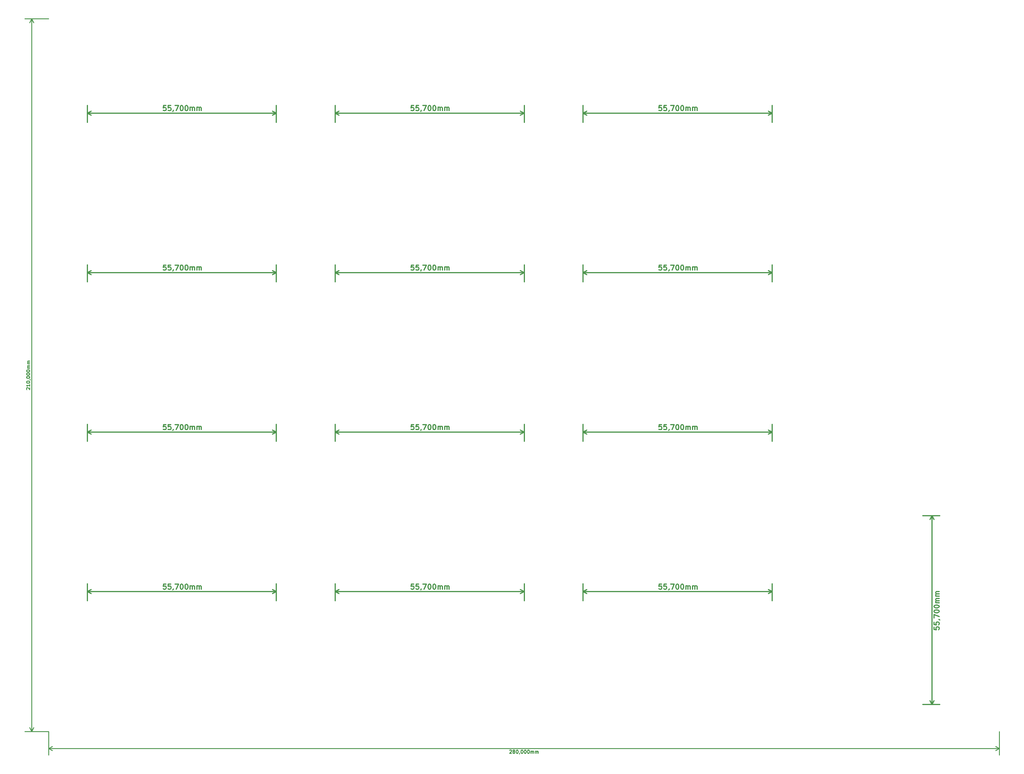
<source format=gbr>
%FSLAX34Y34*%
G04 Gerber Fmt 3.4, Leading zero omitted, Abs format*
G04 (created by PCBNEW (2013-12-18 BZR 4557)-product) date mar 24 dic 2013 13:02:53 CLST*
%MOIN*%
G01*
G70*
G90*
G04 APERTURE LIST*
%ADD10C,0.005906*%
%ADD11C,0.011811*%
%ADD12C,0.009843*%
G04 APERTURE END LIST*
G54D10*
G54D11*
X75804Y-23849D02*
X75523Y-23849D01*
X75494Y-24131D01*
X75523Y-24102D01*
X75579Y-24074D01*
X75719Y-24074D01*
X75776Y-24102D01*
X75804Y-24131D01*
X75832Y-24187D01*
X75832Y-24327D01*
X75804Y-24384D01*
X75776Y-24412D01*
X75719Y-24440D01*
X75579Y-24440D01*
X75523Y-24412D01*
X75494Y-24384D01*
X76366Y-23849D02*
X76085Y-23849D01*
X76057Y-24131D01*
X76085Y-24102D01*
X76141Y-24074D01*
X76282Y-24074D01*
X76338Y-24102D01*
X76366Y-24131D01*
X76394Y-24187D01*
X76394Y-24327D01*
X76366Y-24384D01*
X76338Y-24412D01*
X76282Y-24440D01*
X76141Y-24440D01*
X76085Y-24412D01*
X76057Y-24384D01*
X76676Y-24412D02*
X76676Y-24440D01*
X76647Y-24496D01*
X76619Y-24524D01*
X76872Y-23849D02*
X77266Y-23849D01*
X77013Y-24440D01*
X77604Y-23849D02*
X77660Y-23849D01*
X77716Y-23877D01*
X77744Y-23906D01*
X77772Y-23962D01*
X77800Y-24074D01*
X77800Y-24215D01*
X77772Y-24327D01*
X77744Y-24384D01*
X77716Y-24412D01*
X77660Y-24440D01*
X77604Y-24440D01*
X77547Y-24412D01*
X77519Y-24384D01*
X77491Y-24327D01*
X77463Y-24215D01*
X77463Y-24074D01*
X77491Y-23962D01*
X77519Y-23906D01*
X77547Y-23877D01*
X77604Y-23849D01*
X78166Y-23849D02*
X78222Y-23849D01*
X78278Y-23877D01*
X78307Y-23906D01*
X78335Y-23962D01*
X78363Y-24074D01*
X78363Y-24215D01*
X78335Y-24327D01*
X78307Y-24384D01*
X78278Y-24412D01*
X78222Y-24440D01*
X78166Y-24440D01*
X78110Y-24412D01*
X78082Y-24384D01*
X78053Y-24327D01*
X78025Y-24215D01*
X78025Y-24074D01*
X78053Y-23962D01*
X78082Y-23906D01*
X78110Y-23877D01*
X78166Y-23849D01*
X78616Y-24440D02*
X78616Y-24046D01*
X78616Y-24102D02*
X78644Y-24074D01*
X78700Y-24046D01*
X78785Y-24046D01*
X78841Y-24074D01*
X78869Y-24131D01*
X78869Y-24440D01*
X78869Y-24131D02*
X78897Y-24074D01*
X78953Y-24046D01*
X79038Y-24046D01*
X79094Y-24074D01*
X79122Y-24131D01*
X79122Y-24440D01*
X79403Y-24440D02*
X79403Y-24046D01*
X79403Y-24102D02*
X79431Y-24074D01*
X79488Y-24046D01*
X79572Y-24046D01*
X79628Y-24074D01*
X79656Y-24131D01*
X79656Y-24440D01*
X79656Y-24131D02*
X79685Y-24074D01*
X79741Y-24046D01*
X79825Y-24046D01*
X79881Y-24074D01*
X79910Y-24131D01*
X79910Y-24440D01*
X88622Y-24724D02*
X66692Y-24724D01*
X88622Y-23818D02*
X88622Y-25787D01*
X66692Y-23818D02*
X66692Y-25787D01*
X66692Y-24724D02*
X67136Y-24493D01*
X66692Y-24724D02*
X67136Y-24955D01*
X88622Y-24724D02*
X88178Y-24493D01*
X88622Y-24724D02*
X88178Y-24955D01*
X75804Y-42353D02*
X75523Y-42353D01*
X75494Y-42634D01*
X75523Y-42606D01*
X75579Y-42578D01*
X75719Y-42578D01*
X75776Y-42606D01*
X75804Y-42634D01*
X75832Y-42691D01*
X75832Y-42831D01*
X75804Y-42888D01*
X75776Y-42916D01*
X75719Y-42944D01*
X75579Y-42944D01*
X75523Y-42916D01*
X75494Y-42888D01*
X76366Y-42353D02*
X76085Y-42353D01*
X76057Y-42634D01*
X76085Y-42606D01*
X76141Y-42578D01*
X76282Y-42578D01*
X76338Y-42606D01*
X76366Y-42634D01*
X76394Y-42691D01*
X76394Y-42831D01*
X76366Y-42888D01*
X76338Y-42916D01*
X76282Y-42944D01*
X76141Y-42944D01*
X76085Y-42916D01*
X76057Y-42888D01*
X76676Y-42916D02*
X76676Y-42944D01*
X76647Y-43000D01*
X76619Y-43028D01*
X76872Y-42353D02*
X77266Y-42353D01*
X77013Y-42944D01*
X77604Y-42353D02*
X77660Y-42353D01*
X77716Y-42381D01*
X77744Y-42410D01*
X77772Y-42466D01*
X77800Y-42578D01*
X77800Y-42719D01*
X77772Y-42831D01*
X77744Y-42888D01*
X77716Y-42916D01*
X77660Y-42944D01*
X77604Y-42944D01*
X77547Y-42916D01*
X77519Y-42888D01*
X77491Y-42831D01*
X77463Y-42719D01*
X77463Y-42578D01*
X77491Y-42466D01*
X77519Y-42410D01*
X77547Y-42381D01*
X77604Y-42353D01*
X78166Y-42353D02*
X78222Y-42353D01*
X78278Y-42381D01*
X78307Y-42410D01*
X78335Y-42466D01*
X78363Y-42578D01*
X78363Y-42719D01*
X78335Y-42831D01*
X78307Y-42888D01*
X78278Y-42916D01*
X78222Y-42944D01*
X78166Y-42944D01*
X78110Y-42916D01*
X78082Y-42888D01*
X78053Y-42831D01*
X78025Y-42719D01*
X78025Y-42578D01*
X78053Y-42466D01*
X78082Y-42410D01*
X78110Y-42381D01*
X78166Y-42353D01*
X78616Y-42944D02*
X78616Y-42550D01*
X78616Y-42606D02*
X78644Y-42578D01*
X78700Y-42550D01*
X78785Y-42550D01*
X78841Y-42578D01*
X78869Y-42634D01*
X78869Y-42944D01*
X78869Y-42634D02*
X78897Y-42578D01*
X78953Y-42550D01*
X79038Y-42550D01*
X79094Y-42578D01*
X79122Y-42634D01*
X79122Y-42944D01*
X79403Y-42944D02*
X79403Y-42550D01*
X79403Y-42606D02*
X79431Y-42578D01*
X79488Y-42550D01*
X79572Y-42550D01*
X79628Y-42578D01*
X79656Y-42634D01*
X79656Y-42944D01*
X79656Y-42634D02*
X79685Y-42578D01*
X79741Y-42550D01*
X79825Y-42550D01*
X79881Y-42578D01*
X79910Y-42634D01*
X79910Y-42944D01*
X88622Y-43228D02*
X66692Y-43228D01*
X88622Y-42322D02*
X88622Y-44291D01*
X66692Y-42322D02*
X66692Y-44291D01*
X66692Y-43228D02*
X67136Y-42997D01*
X66692Y-43228D02*
X67136Y-43459D01*
X88622Y-43228D02*
X88178Y-42997D01*
X88622Y-43228D02*
X88178Y-43459D01*
X75804Y-5345D02*
X75523Y-5345D01*
X75494Y-5627D01*
X75523Y-5598D01*
X75579Y-5570D01*
X75719Y-5570D01*
X75776Y-5598D01*
X75804Y-5627D01*
X75832Y-5683D01*
X75832Y-5823D01*
X75804Y-5880D01*
X75776Y-5908D01*
X75719Y-5936D01*
X75579Y-5936D01*
X75523Y-5908D01*
X75494Y-5880D01*
X76366Y-5345D02*
X76085Y-5345D01*
X76057Y-5627D01*
X76085Y-5598D01*
X76141Y-5570D01*
X76282Y-5570D01*
X76338Y-5598D01*
X76366Y-5627D01*
X76394Y-5683D01*
X76394Y-5823D01*
X76366Y-5880D01*
X76338Y-5908D01*
X76282Y-5936D01*
X76141Y-5936D01*
X76085Y-5908D01*
X76057Y-5880D01*
X76676Y-5908D02*
X76676Y-5936D01*
X76647Y-5992D01*
X76619Y-6020D01*
X76872Y-5345D02*
X77266Y-5345D01*
X77013Y-5936D01*
X77604Y-5345D02*
X77660Y-5345D01*
X77716Y-5374D01*
X77744Y-5402D01*
X77772Y-5458D01*
X77800Y-5570D01*
X77800Y-5711D01*
X77772Y-5823D01*
X77744Y-5880D01*
X77716Y-5908D01*
X77660Y-5936D01*
X77604Y-5936D01*
X77547Y-5908D01*
X77519Y-5880D01*
X77491Y-5823D01*
X77463Y-5711D01*
X77463Y-5570D01*
X77491Y-5458D01*
X77519Y-5402D01*
X77547Y-5374D01*
X77604Y-5345D01*
X78166Y-5345D02*
X78222Y-5345D01*
X78278Y-5374D01*
X78307Y-5402D01*
X78335Y-5458D01*
X78363Y-5570D01*
X78363Y-5711D01*
X78335Y-5823D01*
X78307Y-5880D01*
X78278Y-5908D01*
X78222Y-5936D01*
X78166Y-5936D01*
X78110Y-5908D01*
X78082Y-5880D01*
X78053Y-5823D01*
X78025Y-5711D01*
X78025Y-5570D01*
X78053Y-5458D01*
X78082Y-5402D01*
X78110Y-5374D01*
X78166Y-5345D01*
X78616Y-5936D02*
X78616Y-5542D01*
X78616Y-5598D02*
X78644Y-5570D01*
X78700Y-5542D01*
X78785Y-5542D01*
X78841Y-5570D01*
X78869Y-5627D01*
X78869Y-5936D01*
X78869Y-5627D02*
X78897Y-5570D01*
X78953Y-5542D01*
X79038Y-5542D01*
X79094Y-5570D01*
X79122Y-5627D01*
X79122Y-5936D01*
X79403Y-5936D02*
X79403Y-5542D01*
X79403Y-5598D02*
X79431Y-5570D01*
X79488Y-5542D01*
X79572Y-5542D01*
X79628Y-5570D01*
X79656Y-5627D01*
X79656Y-5936D01*
X79656Y-5627D02*
X79685Y-5570D01*
X79741Y-5542D01*
X79825Y-5542D01*
X79881Y-5570D01*
X79910Y-5627D01*
X79910Y-5936D01*
X88622Y-6220D02*
X66692Y-6220D01*
X88622Y-5314D02*
X88622Y-7283D01*
X66692Y-5314D02*
X66692Y-7283D01*
X66692Y-6220D02*
X67136Y-5989D01*
X66692Y-6220D02*
X67136Y-6451D01*
X88622Y-6220D02*
X88178Y-5989D01*
X88622Y-6220D02*
X88178Y-6451D01*
X107393Y-65849D02*
X107393Y-66130D01*
X107674Y-66158D01*
X107646Y-66130D01*
X107618Y-66074D01*
X107618Y-65933D01*
X107646Y-65877D01*
X107674Y-65849D01*
X107730Y-65821D01*
X107871Y-65821D01*
X107927Y-65849D01*
X107955Y-65877D01*
X107983Y-65933D01*
X107983Y-66074D01*
X107955Y-66130D01*
X107927Y-66158D01*
X107393Y-65286D02*
X107393Y-65568D01*
X107674Y-65596D01*
X107646Y-65568D01*
X107618Y-65511D01*
X107618Y-65371D01*
X107646Y-65314D01*
X107674Y-65286D01*
X107730Y-65258D01*
X107871Y-65258D01*
X107927Y-65286D01*
X107955Y-65314D01*
X107983Y-65371D01*
X107983Y-65511D01*
X107955Y-65568D01*
X107927Y-65596D01*
X107955Y-64977D02*
X107983Y-64977D01*
X108039Y-65005D01*
X108068Y-65033D01*
X107393Y-64780D02*
X107393Y-64386D01*
X107983Y-64640D01*
X107393Y-64049D02*
X107393Y-63993D01*
X107421Y-63937D01*
X107449Y-63908D01*
X107505Y-63880D01*
X107618Y-63852D01*
X107758Y-63852D01*
X107871Y-63880D01*
X107927Y-63908D01*
X107955Y-63937D01*
X107983Y-63993D01*
X107983Y-64049D01*
X107955Y-64105D01*
X107927Y-64133D01*
X107871Y-64161D01*
X107758Y-64190D01*
X107618Y-64190D01*
X107505Y-64161D01*
X107449Y-64133D01*
X107421Y-64105D01*
X107393Y-64049D01*
X107393Y-63487D02*
X107393Y-63430D01*
X107421Y-63374D01*
X107449Y-63346D01*
X107505Y-63318D01*
X107618Y-63290D01*
X107758Y-63290D01*
X107871Y-63318D01*
X107927Y-63346D01*
X107955Y-63374D01*
X107983Y-63430D01*
X107983Y-63487D01*
X107955Y-63543D01*
X107927Y-63571D01*
X107871Y-63599D01*
X107758Y-63627D01*
X107618Y-63627D01*
X107505Y-63599D01*
X107449Y-63571D01*
X107421Y-63543D01*
X107393Y-63487D01*
X107983Y-63037D02*
X107589Y-63037D01*
X107646Y-63037D02*
X107618Y-63008D01*
X107589Y-62952D01*
X107589Y-62868D01*
X107618Y-62812D01*
X107674Y-62784D01*
X107983Y-62784D01*
X107674Y-62784D02*
X107618Y-62755D01*
X107589Y-62699D01*
X107589Y-62615D01*
X107618Y-62559D01*
X107674Y-62530D01*
X107983Y-62530D01*
X107983Y-62249D02*
X107589Y-62249D01*
X107646Y-62249D02*
X107618Y-62221D01*
X107589Y-62165D01*
X107589Y-62080D01*
X107618Y-62024D01*
X107674Y-61996D01*
X107983Y-61996D01*
X107674Y-61996D02*
X107618Y-61968D01*
X107589Y-61912D01*
X107589Y-61827D01*
X107618Y-61771D01*
X107674Y-61743D01*
X107983Y-61743D01*
X107165Y-74842D02*
X107165Y-52913D01*
X108070Y-74842D02*
X106102Y-74842D01*
X108070Y-52913D02*
X106102Y-52913D01*
X107165Y-52913D02*
X107396Y-53356D01*
X107165Y-52913D02*
X106934Y-53356D01*
X107165Y-74842D02*
X107396Y-74399D01*
X107165Y-74842D02*
X106934Y-74399D01*
X75804Y-60857D02*
X75523Y-60857D01*
X75494Y-61138D01*
X75523Y-61110D01*
X75579Y-61082D01*
X75719Y-61082D01*
X75776Y-61110D01*
X75804Y-61138D01*
X75832Y-61195D01*
X75832Y-61335D01*
X75804Y-61392D01*
X75776Y-61420D01*
X75719Y-61448D01*
X75579Y-61448D01*
X75523Y-61420D01*
X75494Y-61392D01*
X76366Y-60857D02*
X76085Y-60857D01*
X76057Y-61138D01*
X76085Y-61110D01*
X76141Y-61082D01*
X76282Y-61082D01*
X76338Y-61110D01*
X76366Y-61138D01*
X76394Y-61195D01*
X76394Y-61335D01*
X76366Y-61392D01*
X76338Y-61420D01*
X76282Y-61448D01*
X76141Y-61448D01*
X76085Y-61420D01*
X76057Y-61392D01*
X76676Y-61420D02*
X76676Y-61448D01*
X76647Y-61504D01*
X76619Y-61532D01*
X76872Y-60857D02*
X77266Y-60857D01*
X77013Y-61448D01*
X77604Y-60857D02*
X77660Y-60857D01*
X77716Y-60885D01*
X77744Y-60913D01*
X77772Y-60970D01*
X77800Y-61082D01*
X77800Y-61223D01*
X77772Y-61335D01*
X77744Y-61392D01*
X77716Y-61420D01*
X77660Y-61448D01*
X77604Y-61448D01*
X77547Y-61420D01*
X77519Y-61392D01*
X77491Y-61335D01*
X77463Y-61223D01*
X77463Y-61082D01*
X77491Y-60970D01*
X77519Y-60913D01*
X77547Y-60885D01*
X77604Y-60857D01*
X78166Y-60857D02*
X78222Y-60857D01*
X78278Y-60885D01*
X78307Y-60913D01*
X78335Y-60970D01*
X78363Y-61082D01*
X78363Y-61223D01*
X78335Y-61335D01*
X78307Y-61392D01*
X78278Y-61420D01*
X78222Y-61448D01*
X78166Y-61448D01*
X78110Y-61420D01*
X78082Y-61392D01*
X78053Y-61335D01*
X78025Y-61223D01*
X78025Y-61082D01*
X78053Y-60970D01*
X78082Y-60913D01*
X78110Y-60885D01*
X78166Y-60857D01*
X78616Y-61448D02*
X78616Y-61054D01*
X78616Y-61110D02*
X78644Y-61082D01*
X78700Y-61054D01*
X78785Y-61054D01*
X78841Y-61082D01*
X78869Y-61138D01*
X78869Y-61448D01*
X78869Y-61138D02*
X78897Y-61082D01*
X78953Y-61054D01*
X79038Y-61054D01*
X79094Y-61082D01*
X79122Y-61138D01*
X79122Y-61448D01*
X79403Y-61448D02*
X79403Y-61054D01*
X79403Y-61110D02*
X79431Y-61082D01*
X79488Y-61054D01*
X79572Y-61054D01*
X79628Y-61082D01*
X79656Y-61138D01*
X79656Y-61448D01*
X79656Y-61138D02*
X79685Y-61082D01*
X79741Y-61054D01*
X79825Y-61054D01*
X79881Y-61082D01*
X79910Y-61138D01*
X79910Y-61448D01*
X88622Y-61732D02*
X66692Y-61732D01*
X88622Y-60826D02*
X88622Y-62795D01*
X66692Y-60826D02*
X66692Y-62795D01*
X66692Y-61732D02*
X67136Y-61501D01*
X66692Y-61732D02*
X67136Y-61963D01*
X88622Y-61732D02*
X88178Y-61501D01*
X88622Y-61732D02*
X88178Y-61963D01*
X18323Y-60857D02*
X18042Y-60857D01*
X18014Y-61138D01*
X18042Y-61110D01*
X18098Y-61082D01*
X18239Y-61082D01*
X18295Y-61110D01*
X18323Y-61138D01*
X18352Y-61195D01*
X18352Y-61335D01*
X18323Y-61392D01*
X18295Y-61420D01*
X18239Y-61448D01*
X18098Y-61448D01*
X18042Y-61420D01*
X18014Y-61392D01*
X18886Y-60857D02*
X18605Y-60857D01*
X18577Y-61138D01*
X18605Y-61110D01*
X18661Y-61082D01*
X18802Y-61082D01*
X18858Y-61110D01*
X18886Y-61138D01*
X18914Y-61195D01*
X18914Y-61335D01*
X18886Y-61392D01*
X18858Y-61420D01*
X18802Y-61448D01*
X18661Y-61448D01*
X18605Y-61420D01*
X18577Y-61392D01*
X19195Y-61420D02*
X19195Y-61448D01*
X19167Y-61504D01*
X19139Y-61532D01*
X19392Y-60857D02*
X19786Y-60857D01*
X19533Y-61448D01*
X20123Y-60857D02*
X20179Y-60857D01*
X20236Y-60885D01*
X20264Y-60913D01*
X20292Y-60970D01*
X20320Y-61082D01*
X20320Y-61223D01*
X20292Y-61335D01*
X20264Y-61392D01*
X20236Y-61420D01*
X20179Y-61448D01*
X20123Y-61448D01*
X20067Y-61420D01*
X20039Y-61392D01*
X20011Y-61335D01*
X19983Y-61223D01*
X19983Y-61082D01*
X20011Y-60970D01*
X20039Y-60913D01*
X20067Y-60885D01*
X20123Y-60857D01*
X20686Y-60857D02*
X20742Y-60857D01*
X20798Y-60885D01*
X20826Y-60913D01*
X20854Y-60970D01*
X20883Y-61082D01*
X20883Y-61223D01*
X20854Y-61335D01*
X20826Y-61392D01*
X20798Y-61420D01*
X20742Y-61448D01*
X20686Y-61448D01*
X20629Y-61420D01*
X20601Y-61392D01*
X20573Y-61335D01*
X20545Y-61223D01*
X20545Y-61082D01*
X20573Y-60970D01*
X20601Y-60913D01*
X20629Y-60885D01*
X20686Y-60857D01*
X21136Y-61448D02*
X21136Y-61054D01*
X21136Y-61110D02*
X21164Y-61082D01*
X21220Y-61054D01*
X21304Y-61054D01*
X21361Y-61082D01*
X21389Y-61138D01*
X21389Y-61448D01*
X21389Y-61138D02*
X21417Y-61082D01*
X21473Y-61054D01*
X21557Y-61054D01*
X21614Y-61082D01*
X21642Y-61138D01*
X21642Y-61448D01*
X21923Y-61448D02*
X21923Y-61054D01*
X21923Y-61110D02*
X21951Y-61082D01*
X22007Y-61054D01*
X22092Y-61054D01*
X22148Y-61082D01*
X22176Y-61138D01*
X22176Y-61448D01*
X22176Y-61138D02*
X22204Y-61082D01*
X22260Y-61054D01*
X22345Y-61054D01*
X22401Y-61082D01*
X22429Y-61138D01*
X22429Y-61448D01*
X31141Y-61732D02*
X9212Y-61732D01*
X31141Y-60826D02*
X31141Y-62795D01*
X9212Y-60826D02*
X9212Y-62795D01*
X9212Y-61732D02*
X9656Y-61501D01*
X9212Y-61732D02*
X9656Y-61963D01*
X31141Y-61732D02*
X30698Y-61501D01*
X31141Y-61732D02*
X30698Y-61963D01*
X47064Y-60857D02*
X46782Y-60857D01*
X46754Y-61138D01*
X46782Y-61110D01*
X46839Y-61082D01*
X46979Y-61082D01*
X47035Y-61110D01*
X47064Y-61138D01*
X47092Y-61195D01*
X47092Y-61335D01*
X47064Y-61392D01*
X47035Y-61420D01*
X46979Y-61448D01*
X46839Y-61448D01*
X46782Y-61420D01*
X46754Y-61392D01*
X47626Y-60857D02*
X47345Y-60857D01*
X47317Y-61138D01*
X47345Y-61110D01*
X47401Y-61082D01*
X47542Y-61082D01*
X47598Y-61110D01*
X47626Y-61138D01*
X47654Y-61195D01*
X47654Y-61335D01*
X47626Y-61392D01*
X47598Y-61420D01*
X47542Y-61448D01*
X47401Y-61448D01*
X47345Y-61420D01*
X47317Y-61392D01*
X47935Y-61420D02*
X47935Y-61448D01*
X47907Y-61504D01*
X47879Y-61532D01*
X48132Y-60857D02*
X48526Y-60857D01*
X48273Y-61448D01*
X48863Y-60857D02*
X48920Y-60857D01*
X48976Y-60885D01*
X49004Y-60913D01*
X49032Y-60970D01*
X49060Y-61082D01*
X49060Y-61223D01*
X49032Y-61335D01*
X49004Y-61392D01*
X48976Y-61420D01*
X48920Y-61448D01*
X48863Y-61448D01*
X48807Y-61420D01*
X48779Y-61392D01*
X48751Y-61335D01*
X48723Y-61223D01*
X48723Y-61082D01*
X48751Y-60970D01*
X48779Y-60913D01*
X48807Y-60885D01*
X48863Y-60857D01*
X49426Y-60857D02*
X49482Y-60857D01*
X49538Y-60885D01*
X49566Y-60913D01*
X49595Y-60970D01*
X49623Y-61082D01*
X49623Y-61223D01*
X49595Y-61335D01*
X49566Y-61392D01*
X49538Y-61420D01*
X49482Y-61448D01*
X49426Y-61448D01*
X49370Y-61420D01*
X49341Y-61392D01*
X49313Y-61335D01*
X49285Y-61223D01*
X49285Y-61082D01*
X49313Y-60970D01*
X49341Y-60913D01*
X49370Y-60885D01*
X49426Y-60857D01*
X49876Y-61448D02*
X49876Y-61054D01*
X49876Y-61110D02*
X49904Y-61082D01*
X49960Y-61054D01*
X50044Y-61054D01*
X50101Y-61082D01*
X50129Y-61138D01*
X50129Y-61448D01*
X50129Y-61138D02*
X50157Y-61082D01*
X50213Y-61054D01*
X50298Y-61054D01*
X50354Y-61082D01*
X50382Y-61138D01*
X50382Y-61448D01*
X50663Y-61448D02*
X50663Y-61054D01*
X50663Y-61110D02*
X50691Y-61082D01*
X50748Y-61054D01*
X50832Y-61054D01*
X50888Y-61082D01*
X50916Y-61138D01*
X50916Y-61448D01*
X50916Y-61138D02*
X50944Y-61082D01*
X51001Y-61054D01*
X51085Y-61054D01*
X51141Y-61082D01*
X51169Y-61138D01*
X51169Y-61448D01*
X59881Y-61732D02*
X37952Y-61732D01*
X59881Y-60826D02*
X59881Y-62795D01*
X37952Y-60826D02*
X37952Y-62795D01*
X37952Y-61732D02*
X38396Y-61501D01*
X37952Y-61732D02*
X38396Y-61963D01*
X59881Y-61732D02*
X59438Y-61501D01*
X59881Y-61732D02*
X59438Y-61963D01*
X47064Y-23849D02*
X46782Y-23849D01*
X46754Y-24131D01*
X46782Y-24102D01*
X46839Y-24074D01*
X46979Y-24074D01*
X47035Y-24102D01*
X47064Y-24131D01*
X47092Y-24187D01*
X47092Y-24327D01*
X47064Y-24384D01*
X47035Y-24412D01*
X46979Y-24440D01*
X46839Y-24440D01*
X46782Y-24412D01*
X46754Y-24384D01*
X47626Y-23849D02*
X47345Y-23849D01*
X47317Y-24131D01*
X47345Y-24102D01*
X47401Y-24074D01*
X47542Y-24074D01*
X47598Y-24102D01*
X47626Y-24131D01*
X47654Y-24187D01*
X47654Y-24327D01*
X47626Y-24384D01*
X47598Y-24412D01*
X47542Y-24440D01*
X47401Y-24440D01*
X47345Y-24412D01*
X47317Y-24384D01*
X47935Y-24412D02*
X47935Y-24440D01*
X47907Y-24496D01*
X47879Y-24524D01*
X48132Y-23849D02*
X48526Y-23849D01*
X48273Y-24440D01*
X48863Y-23849D02*
X48920Y-23849D01*
X48976Y-23877D01*
X49004Y-23906D01*
X49032Y-23962D01*
X49060Y-24074D01*
X49060Y-24215D01*
X49032Y-24327D01*
X49004Y-24384D01*
X48976Y-24412D01*
X48920Y-24440D01*
X48863Y-24440D01*
X48807Y-24412D01*
X48779Y-24384D01*
X48751Y-24327D01*
X48723Y-24215D01*
X48723Y-24074D01*
X48751Y-23962D01*
X48779Y-23906D01*
X48807Y-23877D01*
X48863Y-23849D01*
X49426Y-23849D02*
X49482Y-23849D01*
X49538Y-23877D01*
X49566Y-23906D01*
X49595Y-23962D01*
X49623Y-24074D01*
X49623Y-24215D01*
X49595Y-24327D01*
X49566Y-24384D01*
X49538Y-24412D01*
X49482Y-24440D01*
X49426Y-24440D01*
X49370Y-24412D01*
X49341Y-24384D01*
X49313Y-24327D01*
X49285Y-24215D01*
X49285Y-24074D01*
X49313Y-23962D01*
X49341Y-23906D01*
X49370Y-23877D01*
X49426Y-23849D01*
X49876Y-24440D02*
X49876Y-24046D01*
X49876Y-24102D02*
X49904Y-24074D01*
X49960Y-24046D01*
X50044Y-24046D01*
X50101Y-24074D01*
X50129Y-24131D01*
X50129Y-24440D01*
X50129Y-24131D02*
X50157Y-24074D01*
X50213Y-24046D01*
X50298Y-24046D01*
X50354Y-24074D01*
X50382Y-24131D01*
X50382Y-24440D01*
X50663Y-24440D02*
X50663Y-24046D01*
X50663Y-24102D02*
X50691Y-24074D01*
X50748Y-24046D01*
X50832Y-24046D01*
X50888Y-24074D01*
X50916Y-24131D01*
X50916Y-24440D01*
X50916Y-24131D02*
X50944Y-24074D01*
X51001Y-24046D01*
X51085Y-24046D01*
X51141Y-24074D01*
X51169Y-24131D01*
X51169Y-24440D01*
X59881Y-24724D02*
X37952Y-24724D01*
X59881Y-23818D02*
X59881Y-25787D01*
X37952Y-23818D02*
X37952Y-25787D01*
X37952Y-24724D02*
X38396Y-24493D01*
X37952Y-24724D02*
X38396Y-24955D01*
X59881Y-24724D02*
X59438Y-24493D01*
X59881Y-24724D02*
X59438Y-24955D01*
X47064Y-42353D02*
X46782Y-42353D01*
X46754Y-42634D01*
X46782Y-42606D01*
X46839Y-42578D01*
X46979Y-42578D01*
X47035Y-42606D01*
X47064Y-42634D01*
X47092Y-42691D01*
X47092Y-42831D01*
X47064Y-42888D01*
X47035Y-42916D01*
X46979Y-42944D01*
X46839Y-42944D01*
X46782Y-42916D01*
X46754Y-42888D01*
X47626Y-42353D02*
X47345Y-42353D01*
X47317Y-42634D01*
X47345Y-42606D01*
X47401Y-42578D01*
X47542Y-42578D01*
X47598Y-42606D01*
X47626Y-42634D01*
X47654Y-42691D01*
X47654Y-42831D01*
X47626Y-42888D01*
X47598Y-42916D01*
X47542Y-42944D01*
X47401Y-42944D01*
X47345Y-42916D01*
X47317Y-42888D01*
X47935Y-42916D02*
X47935Y-42944D01*
X47907Y-43000D01*
X47879Y-43028D01*
X48132Y-42353D02*
X48526Y-42353D01*
X48273Y-42944D01*
X48863Y-42353D02*
X48920Y-42353D01*
X48976Y-42381D01*
X49004Y-42410D01*
X49032Y-42466D01*
X49060Y-42578D01*
X49060Y-42719D01*
X49032Y-42831D01*
X49004Y-42888D01*
X48976Y-42916D01*
X48920Y-42944D01*
X48863Y-42944D01*
X48807Y-42916D01*
X48779Y-42888D01*
X48751Y-42831D01*
X48723Y-42719D01*
X48723Y-42578D01*
X48751Y-42466D01*
X48779Y-42410D01*
X48807Y-42381D01*
X48863Y-42353D01*
X49426Y-42353D02*
X49482Y-42353D01*
X49538Y-42381D01*
X49566Y-42410D01*
X49595Y-42466D01*
X49623Y-42578D01*
X49623Y-42719D01*
X49595Y-42831D01*
X49566Y-42888D01*
X49538Y-42916D01*
X49482Y-42944D01*
X49426Y-42944D01*
X49370Y-42916D01*
X49341Y-42888D01*
X49313Y-42831D01*
X49285Y-42719D01*
X49285Y-42578D01*
X49313Y-42466D01*
X49341Y-42410D01*
X49370Y-42381D01*
X49426Y-42353D01*
X49876Y-42944D02*
X49876Y-42550D01*
X49876Y-42606D02*
X49904Y-42578D01*
X49960Y-42550D01*
X50044Y-42550D01*
X50101Y-42578D01*
X50129Y-42634D01*
X50129Y-42944D01*
X50129Y-42634D02*
X50157Y-42578D01*
X50213Y-42550D01*
X50298Y-42550D01*
X50354Y-42578D01*
X50382Y-42634D01*
X50382Y-42944D01*
X50663Y-42944D02*
X50663Y-42550D01*
X50663Y-42606D02*
X50691Y-42578D01*
X50748Y-42550D01*
X50832Y-42550D01*
X50888Y-42578D01*
X50916Y-42634D01*
X50916Y-42944D01*
X50916Y-42634D02*
X50944Y-42578D01*
X51001Y-42550D01*
X51085Y-42550D01*
X51141Y-42578D01*
X51169Y-42634D01*
X51169Y-42944D01*
X59881Y-43228D02*
X37952Y-43228D01*
X59881Y-42322D02*
X59881Y-44291D01*
X37952Y-42322D02*
X37952Y-44291D01*
X37952Y-43228D02*
X38396Y-42997D01*
X37952Y-43228D02*
X38396Y-43459D01*
X59881Y-43228D02*
X59438Y-42997D01*
X59881Y-43228D02*
X59438Y-43459D01*
X47064Y-5345D02*
X46782Y-5345D01*
X46754Y-5627D01*
X46782Y-5598D01*
X46839Y-5570D01*
X46979Y-5570D01*
X47035Y-5598D01*
X47064Y-5627D01*
X47092Y-5683D01*
X47092Y-5823D01*
X47064Y-5880D01*
X47035Y-5908D01*
X46979Y-5936D01*
X46839Y-5936D01*
X46782Y-5908D01*
X46754Y-5880D01*
X47626Y-5345D02*
X47345Y-5345D01*
X47317Y-5627D01*
X47345Y-5598D01*
X47401Y-5570D01*
X47542Y-5570D01*
X47598Y-5598D01*
X47626Y-5627D01*
X47654Y-5683D01*
X47654Y-5823D01*
X47626Y-5880D01*
X47598Y-5908D01*
X47542Y-5936D01*
X47401Y-5936D01*
X47345Y-5908D01*
X47317Y-5880D01*
X47935Y-5908D02*
X47935Y-5936D01*
X47907Y-5992D01*
X47879Y-6020D01*
X48132Y-5345D02*
X48526Y-5345D01*
X48273Y-5936D01*
X48863Y-5345D02*
X48920Y-5345D01*
X48976Y-5374D01*
X49004Y-5402D01*
X49032Y-5458D01*
X49060Y-5570D01*
X49060Y-5711D01*
X49032Y-5823D01*
X49004Y-5880D01*
X48976Y-5908D01*
X48920Y-5936D01*
X48863Y-5936D01*
X48807Y-5908D01*
X48779Y-5880D01*
X48751Y-5823D01*
X48723Y-5711D01*
X48723Y-5570D01*
X48751Y-5458D01*
X48779Y-5402D01*
X48807Y-5374D01*
X48863Y-5345D01*
X49426Y-5345D02*
X49482Y-5345D01*
X49538Y-5374D01*
X49566Y-5402D01*
X49595Y-5458D01*
X49623Y-5570D01*
X49623Y-5711D01*
X49595Y-5823D01*
X49566Y-5880D01*
X49538Y-5908D01*
X49482Y-5936D01*
X49426Y-5936D01*
X49370Y-5908D01*
X49341Y-5880D01*
X49313Y-5823D01*
X49285Y-5711D01*
X49285Y-5570D01*
X49313Y-5458D01*
X49341Y-5402D01*
X49370Y-5374D01*
X49426Y-5345D01*
X49876Y-5936D02*
X49876Y-5542D01*
X49876Y-5598D02*
X49904Y-5570D01*
X49960Y-5542D01*
X50044Y-5542D01*
X50101Y-5570D01*
X50129Y-5627D01*
X50129Y-5936D01*
X50129Y-5627D02*
X50157Y-5570D01*
X50213Y-5542D01*
X50298Y-5542D01*
X50354Y-5570D01*
X50382Y-5627D01*
X50382Y-5936D01*
X50663Y-5936D02*
X50663Y-5542D01*
X50663Y-5598D02*
X50691Y-5570D01*
X50748Y-5542D01*
X50832Y-5542D01*
X50888Y-5570D01*
X50916Y-5627D01*
X50916Y-5936D01*
X50916Y-5627D02*
X50944Y-5570D01*
X51001Y-5542D01*
X51085Y-5542D01*
X51141Y-5570D01*
X51169Y-5627D01*
X51169Y-5936D01*
X59881Y-6220D02*
X37952Y-6220D01*
X59881Y-5314D02*
X59881Y-7283D01*
X37952Y-5314D02*
X37952Y-7283D01*
X37952Y-6220D02*
X38396Y-5989D01*
X37952Y-6220D02*
X38396Y-6451D01*
X59881Y-6220D02*
X59438Y-5989D01*
X59881Y-6220D02*
X59438Y-6451D01*
X18323Y-5345D02*
X18042Y-5345D01*
X18014Y-5627D01*
X18042Y-5598D01*
X18098Y-5570D01*
X18239Y-5570D01*
X18295Y-5598D01*
X18323Y-5627D01*
X18352Y-5683D01*
X18352Y-5823D01*
X18323Y-5880D01*
X18295Y-5908D01*
X18239Y-5936D01*
X18098Y-5936D01*
X18042Y-5908D01*
X18014Y-5880D01*
X18886Y-5345D02*
X18605Y-5345D01*
X18577Y-5627D01*
X18605Y-5598D01*
X18661Y-5570D01*
X18802Y-5570D01*
X18858Y-5598D01*
X18886Y-5627D01*
X18914Y-5683D01*
X18914Y-5823D01*
X18886Y-5880D01*
X18858Y-5908D01*
X18802Y-5936D01*
X18661Y-5936D01*
X18605Y-5908D01*
X18577Y-5880D01*
X19195Y-5908D02*
X19195Y-5936D01*
X19167Y-5992D01*
X19139Y-6020D01*
X19392Y-5345D02*
X19786Y-5345D01*
X19533Y-5936D01*
X20123Y-5345D02*
X20179Y-5345D01*
X20236Y-5374D01*
X20264Y-5402D01*
X20292Y-5458D01*
X20320Y-5570D01*
X20320Y-5711D01*
X20292Y-5823D01*
X20264Y-5880D01*
X20236Y-5908D01*
X20179Y-5936D01*
X20123Y-5936D01*
X20067Y-5908D01*
X20039Y-5880D01*
X20011Y-5823D01*
X19983Y-5711D01*
X19983Y-5570D01*
X20011Y-5458D01*
X20039Y-5402D01*
X20067Y-5374D01*
X20123Y-5345D01*
X20686Y-5345D02*
X20742Y-5345D01*
X20798Y-5374D01*
X20826Y-5402D01*
X20854Y-5458D01*
X20883Y-5570D01*
X20883Y-5711D01*
X20854Y-5823D01*
X20826Y-5880D01*
X20798Y-5908D01*
X20742Y-5936D01*
X20686Y-5936D01*
X20629Y-5908D01*
X20601Y-5880D01*
X20573Y-5823D01*
X20545Y-5711D01*
X20545Y-5570D01*
X20573Y-5458D01*
X20601Y-5402D01*
X20629Y-5374D01*
X20686Y-5345D01*
X21136Y-5936D02*
X21136Y-5542D01*
X21136Y-5598D02*
X21164Y-5570D01*
X21220Y-5542D01*
X21304Y-5542D01*
X21361Y-5570D01*
X21389Y-5627D01*
X21389Y-5936D01*
X21389Y-5627D02*
X21417Y-5570D01*
X21473Y-5542D01*
X21557Y-5542D01*
X21614Y-5570D01*
X21642Y-5627D01*
X21642Y-5936D01*
X21923Y-5936D02*
X21923Y-5542D01*
X21923Y-5598D02*
X21951Y-5570D01*
X22007Y-5542D01*
X22092Y-5542D01*
X22148Y-5570D01*
X22176Y-5627D01*
X22176Y-5936D01*
X22176Y-5627D02*
X22204Y-5570D01*
X22260Y-5542D01*
X22345Y-5542D01*
X22401Y-5570D01*
X22429Y-5627D01*
X22429Y-5936D01*
X31141Y-6220D02*
X9212Y-6220D01*
X31141Y-5314D02*
X31141Y-7283D01*
X9212Y-5314D02*
X9212Y-7283D01*
X9212Y-6220D02*
X9656Y-5989D01*
X9212Y-6220D02*
X9656Y-6451D01*
X31141Y-6220D02*
X30698Y-5989D01*
X31141Y-6220D02*
X30698Y-6451D01*
X18323Y-42353D02*
X18042Y-42353D01*
X18014Y-42634D01*
X18042Y-42606D01*
X18098Y-42578D01*
X18239Y-42578D01*
X18295Y-42606D01*
X18323Y-42634D01*
X18352Y-42691D01*
X18352Y-42831D01*
X18323Y-42888D01*
X18295Y-42916D01*
X18239Y-42944D01*
X18098Y-42944D01*
X18042Y-42916D01*
X18014Y-42888D01*
X18886Y-42353D02*
X18605Y-42353D01*
X18577Y-42634D01*
X18605Y-42606D01*
X18661Y-42578D01*
X18802Y-42578D01*
X18858Y-42606D01*
X18886Y-42634D01*
X18914Y-42691D01*
X18914Y-42831D01*
X18886Y-42888D01*
X18858Y-42916D01*
X18802Y-42944D01*
X18661Y-42944D01*
X18605Y-42916D01*
X18577Y-42888D01*
X19195Y-42916D02*
X19195Y-42944D01*
X19167Y-43000D01*
X19139Y-43028D01*
X19392Y-42353D02*
X19786Y-42353D01*
X19533Y-42944D01*
X20123Y-42353D02*
X20179Y-42353D01*
X20236Y-42381D01*
X20264Y-42410D01*
X20292Y-42466D01*
X20320Y-42578D01*
X20320Y-42719D01*
X20292Y-42831D01*
X20264Y-42888D01*
X20236Y-42916D01*
X20179Y-42944D01*
X20123Y-42944D01*
X20067Y-42916D01*
X20039Y-42888D01*
X20011Y-42831D01*
X19983Y-42719D01*
X19983Y-42578D01*
X20011Y-42466D01*
X20039Y-42410D01*
X20067Y-42381D01*
X20123Y-42353D01*
X20686Y-42353D02*
X20742Y-42353D01*
X20798Y-42381D01*
X20826Y-42410D01*
X20854Y-42466D01*
X20883Y-42578D01*
X20883Y-42719D01*
X20854Y-42831D01*
X20826Y-42888D01*
X20798Y-42916D01*
X20742Y-42944D01*
X20686Y-42944D01*
X20629Y-42916D01*
X20601Y-42888D01*
X20573Y-42831D01*
X20545Y-42719D01*
X20545Y-42578D01*
X20573Y-42466D01*
X20601Y-42410D01*
X20629Y-42381D01*
X20686Y-42353D01*
X21136Y-42944D02*
X21136Y-42550D01*
X21136Y-42606D02*
X21164Y-42578D01*
X21220Y-42550D01*
X21304Y-42550D01*
X21361Y-42578D01*
X21389Y-42634D01*
X21389Y-42944D01*
X21389Y-42634D02*
X21417Y-42578D01*
X21473Y-42550D01*
X21557Y-42550D01*
X21614Y-42578D01*
X21642Y-42634D01*
X21642Y-42944D01*
X21923Y-42944D02*
X21923Y-42550D01*
X21923Y-42606D02*
X21951Y-42578D01*
X22007Y-42550D01*
X22092Y-42550D01*
X22148Y-42578D01*
X22176Y-42634D01*
X22176Y-42944D01*
X22176Y-42634D02*
X22204Y-42578D01*
X22260Y-42550D01*
X22345Y-42550D01*
X22401Y-42578D01*
X22429Y-42634D01*
X22429Y-42944D01*
X31141Y-43228D02*
X9212Y-43228D01*
X31141Y-42322D02*
X31141Y-44291D01*
X9212Y-42322D02*
X9212Y-44291D01*
X9212Y-43228D02*
X9656Y-42997D01*
X9212Y-43228D02*
X9656Y-43459D01*
X31141Y-43228D02*
X30698Y-42997D01*
X31141Y-43228D02*
X30698Y-43459D01*
G54D12*
X58173Y-80136D02*
X58192Y-80118D01*
X58230Y-80099D01*
X58323Y-80099D01*
X58361Y-80118D01*
X58380Y-80136D01*
X58398Y-80174D01*
X58398Y-80211D01*
X58380Y-80268D01*
X58155Y-80493D01*
X58398Y-80493D01*
X58623Y-80268D02*
X58586Y-80249D01*
X58567Y-80230D01*
X58548Y-80193D01*
X58548Y-80174D01*
X58567Y-80136D01*
X58586Y-80118D01*
X58623Y-80099D01*
X58698Y-80099D01*
X58736Y-80118D01*
X58755Y-80136D01*
X58773Y-80174D01*
X58773Y-80193D01*
X58755Y-80230D01*
X58736Y-80249D01*
X58698Y-80268D01*
X58623Y-80268D01*
X58586Y-80286D01*
X58567Y-80305D01*
X58548Y-80343D01*
X58548Y-80418D01*
X58567Y-80455D01*
X58586Y-80474D01*
X58623Y-80493D01*
X58698Y-80493D01*
X58736Y-80474D01*
X58755Y-80455D01*
X58773Y-80418D01*
X58773Y-80343D01*
X58755Y-80305D01*
X58736Y-80286D01*
X58698Y-80268D01*
X59017Y-80099D02*
X59055Y-80099D01*
X59092Y-80118D01*
X59111Y-80136D01*
X59130Y-80174D01*
X59148Y-80249D01*
X59148Y-80343D01*
X59130Y-80418D01*
X59111Y-80455D01*
X59092Y-80474D01*
X59055Y-80493D01*
X59017Y-80493D01*
X58980Y-80474D01*
X58961Y-80455D01*
X58942Y-80418D01*
X58923Y-80343D01*
X58923Y-80249D01*
X58942Y-80174D01*
X58961Y-80136D01*
X58980Y-80118D01*
X59017Y-80099D01*
X59336Y-80474D02*
X59336Y-80493D01*
X59317Y-80530D01*
X59298Y-80549D01*
X59580Y-80099D02*
X59617Y-80099D01*
X59655Y-80118D01*
X59673Y-80136D01*
X59692Y-80174D01*
X59711Y-80249D01*
X59711Y-80343D01*
X59692Y-80418D01*
X59673Y-80455D01*
X59655Y-80474D01*
X59617Y-80493D01*
X59580Y-80493D01*
X59542Y-80474D01*
X59523Y-80455D01*
X59505Y-80418D01*
X59486Y-80343D01*
X59486Y-80249D01*
X59505Y-80174D01*
X59523Y-80136D01*
X59542Y-80118D01*
X59580Y-80099D01*
X59955Y-80099D02*
X59992Y-80099D01*
X60029Y-80118D01*
X60048Y-80136D01*
X60067Y-80174D01*
X60086Y-80249D01*
X60086Y-80343D01*
X60067Y-80418D01*
X60048Y-80455D01*
X60029Y-80474D01*
X59992Y-80493D01*
X59955Y-80493D01*
X59917Y-80474D01*
X59898Y-80455D01*
X59880Y-80418D01*
X59861Y-80343D01*
X59861Y-80249D01*
X59880Y-80174D01*
X59898Y-80136D01*
X59917Y-80118D01*
X59955Y-80099D01*
X60329Y-80099D02*
X60367Y-80099D01*
X60404Y-80118D01*
X60423Y-80136D01*
X60442Y-80174D01*
X60461Y-80249D01*
X60461Y-80343D01*
X60442Y-80418D01*
X60423Y-80455D01*
X60404Y-80474D01*
X60367Y-80493D01*
X60329Y-80493D01*
X60292Y-80474D01*
X60273Y-80455D01*
X60254Y-80418D01*
X60236Y-80343D01*
X60236Y-80249D01*
X60254Y-80174D01*
X60273Y-80136D01*
X60292Y-80118D01*
X60329Y-80099D01*
X60629Y-80493D02*
X60629Y-80230D01*
X60629Y-80268D02*
X60648Y-80249D01*
X60686Y-80230D01*
X60742Y-80230D01*
X60779Y-80249D01*
X60798Y-80286D01*
X60798Y-80493D01*
X60798Y-80286D02*
X60817Y-80249D01*
X60854Y-80230D01*
X60911Y-80230D01*
X60948Y-80249D01*
X60967Y-80286D01*
X60967Y-80493D01*
X61154Y-80493D02*
X61154Y-80230D01*
X61154Y-80268D02*
X61173Y-80249D01*
X61211Y-80230D01*
X61267Y-80230D01*
X61304Y-80249D01*
X61323Y-80286D01*
X61323Y-80493D01*
X61323Y-80286D02*
X61342Y-80249D01*
X61379Y-80230D01*
X61436Y-80230D01*
X61473Y-80249D01*
X61492Y-80286D01*
X61492Y-80493D01*
X114960Y-79921D02*
X4724Y-79921D01*
X114960Y-77952D02*
X114960Y-80708D01*
X4724Y-77952D02*
X4724Y-80708D01*
X4724Y-79921D02*
X5167Y-79690D01*
X4724Y-79921D02*
X5167Y-80152D01*
X114960Y-79921D02*
X114517Y-79690D01*
X114960Y-79921D02*
X114517Y-80152D01*
X2184Y-38282D02*
X2165Y-38263D01*
X2146Y-38226D01*
X2146Y-38132D01*
X2165Y-38095D01*
X2184Y-38076D01*
X2221Y-38057D01*
X2259Y-38057D01*
X2315Y-38076D01*
X2540Y-38301D01*
X2540Y-38057D01*
X2540Y-37682D02*
X2540Y-37907D01*
X2540Y-37795D02*
X2146Y-37795D01*
X2202Y-37832D01*
X2240Y-37870D01*
X2259Y-37907D01*
X2146Y-37439D02*
X2146Y-37401D01*
X2165Y-37364D01*
X2184Y-37345D01*
X2221Y-37326D01*
X2296Y-37307D01*
X2390Y-37307D01*
X2465Y-37326D01*
X2502Y-37345D01*
X2521Y-37364D01*
X2540Y-37401D01*
X2540Y-37439D01*
X2521Y-37476D01*
X2502Y-37495D01*
X2465Y-37514D01*
X2390Y-37532D01*
X2296Y-37532D01*
X2221Y-37514D01*
X2184Y-37495D01*
X2165Y-37476D01*
X2146Y-37439D01*
X2521Y-37120D02*
X2540Y-37120D01*
X2577Y-37139D01*
X2596Y-37157D01*
X2146Y-36876D02*
X2146Y-36839D01*
X2165Y-36801D01*
X2184Y-36782D01*
X2221Y-36764D01*
X2296Y-36745D01*
X2390Y-36745D01*
X2465Y-36764D01*
X2502Y-36782D01*
X2521Y-36801D01*
X2540Y-36839D01*
X2540Y-36876D01*
X2521Y-36914D01*
X2502Y-36932D01*
X2465Y-36951D01*
X2390Y-36970D01*
X2296Y-36970D01*
X2221Y-36951D01*
X2184Y-36932D01*
X2165Y-36914D01*
X2146Y-36876D01*
X2146Y-36501D02*
X2146Y-36464D01*
X2165Y-36426D01*
X2184Y-36407D01*
X2221Y-36389D01*
X2296Y-36370D01*
X2390Y-36370D01*
X2465Y-36389D01*
X2502Y-36407D01*
X2521Y-36426D01*
X2540Y-36464D01*
X2540Y-36501D01*
X2521Y-36539D01*
X2502Y-36557D01*
X2465Y-36576D01*
X2390Y-36595D01*
X2296Y-36595D01*
X2221Y-36576D01*
X2184Y-36557D01*
X2165Y-36539D01*
X2146Y-36501D01*
X2146Y-36126D02*
X2146Y-36089D01*
X2165Y-36051D01*
X2184Y-36032D01*
X2221Y-36014D01*
X2296Y-35995D01*
X2390Y-35995D01*
X2465Y-36014D01*
X2502Y-36032D01*
X2521Y-36051D01*
X2540Y-36089D01*
X2540Y-36126D01*
X2521Y-36164D01*
X2502Y-36182D01*
X2465Y-36201D01*
X2390Y-36220D01*
X2296Y-36220D01*
X2221Y-36201D01*
X2184Y-36182D01*
X2165Y-36164D01*
X2146Y-36126D01*
X2540Y-35826D02*
X2277Y-35826D01*
X2315Y-35826D02*
X2296Y-35808D01*
X2277Y-35770D01*
X2277Y-35714D01*
X2296Y-35676D01*
X2334Y-35658D01*
X2540Y-35658D01*
X2334Y-35658D02*
X2296Y-35639D01*
X2277Y-35601D01*
X2277Y-35545D01*
X2296Y-35508D01*
X2334Y-35489D01*
X2540Y-35489D01*
X2540Y-35301D02*
X2277Y-35301D01*
X2315Y-35301D02*
X2296Y-35283D01*
X2277Y-35245D01*
X2277Y-35189D01*
X2296Y-35151D01*
X2334Y-35133D01*
X2540Y-35133D01*
X2334Y-35133D02*
X2296Y-35114D01*
X2277Y-35076D01*
X2277Y-35020D01*
X2296Y-34983D01*
X2334Y-34964D01*
X2540Y-34964D01*
X2755Y-77952D02*
X2755Y4724D01*
X4724Y-77952D02*
X1968Y-77952D01*
X4724Y4724D02*
X1968Y4724D01*
X2755Y4724D02*
X2986Y4280D01*
X2755Y4724D02*
X2525Y4280D01*
X2755Y-77952D02*
X2986Y-77509D01*
X2755Y-77952D02*
X2525Y-77509D01*
G54D11*
X18323Y-23849D02*
X18042Y-23849D01*
X18014Y-24131D01*
X18042Y-24102D01*
X18098Y-24074D01*
X18239Y-24074D01*
X18295Y-24102D01*
X18323Y-24131D01*
X18352Y-24187D01*
X18352Y-24327D01*
X18323Y-24384D01*
X18295Y-24412D01*
X18239Y-24440D01*
X18098Y-24440D01*
X18042Y-24412D01*
X18014Y-24384D01*
X18886Y-23849D02*
X18605Y-23849D01*
X18577Y-24131D01*
X18605Y-24102D01*
X18661Y-24074D01*
X18802Y-24074D01*
X18858Y-24102D01*
X18886Y-24131D01*
X18914Y-24187D01*
X18914Y-24327D01*
X18886Y-24384D01*
X18858Y-24412D01*
X18802Y-24440D01*
X18661Y-24440D01*
X18605Y-24412D01*
X18577Y-24384D01*
X19195Y-24412D02*
X19195Y-24440D01*
X19167Y-24496D01*
X19139Y-24524D01*
X19392Y-23849D02*
X19786Y-23849D01*
X19533Y-24440D01*
X20123Y-23849D02*
X20179Y-23849D01*
X20236Y-23877D01*
X20264Y-23906D01*
X20292Y-23962D01*
X20320Y-24074D01*
X20320Y-24215D01*
X20292Y-24327D01*
X20264Y-24384D01*
X20236Y-24412D01*
X20179Y-24440D01*
X20123Y-24440D01*
X20067Y-24412D01*
X20039Y-24384D01*
X20011Y-24327D01*
X19983Y-24215D01*
X19983Y-24074D01*
X20011Y-23962D01*
X20039Y-23906D01*
X20067Y-23877D01*
X20123Y-23849D01*
X20686Y-23849D02*
X20742Y-23849D01*
X20798Y-23877D01*
X20826Y-23906D01*
X20854Y-23962D01*
X20883Y-24074D01*
X20883Y-24215D01*
X20854Y-24327D01*
X20826Y-24384D01*
X20798Y-24412D01*
X20742Y-24440D01*
X20686Y-24440D01*
X20629Y-24412D01*
X20601Y-24384D01*
X20573Y-24327D01*
X20545Y-24215D01*
X20545Y-24074D01*
X20573Y-23962D01*
X20601Y-23906D01*
X20629Y-23877D01*
X20686Y-23849D01*
X21136Y-24440D02*
X21136Y-24046D01*
X21136Y-24102D02*
X21164Y-24074D01*
X21220Y-24046D01*
X21304Y-24046D01*
X21361Y-24074D01*
X21389Y-24131D01*
X21389Y-24440D01*
X21389Y-24131D02*
X21417Y-24074D01*
X21473Y-24046D01*
X21557Y-24046D01*
X21614Y-24074D01*
X21642Y-24131D01*
X21642Y-24440D01*
X21923Y-24440D02*
X21923Y-24046D01*
X21923Y-24102D02*
X21951Y-24074D01*
X22007Y-24046D01*
X22092Y-24046D01*
X22148Y-24074D01*
X22176Y-24131D01*
X22176Y-24440D01*
X22176Y-24131D02*
X22204Y-24074D01*
X22260Y-24046D01*
X22345Y-24046D01*
X22401Y-24074D01*
X22429Y-24131D01*
X22429Y-24440D01*
X31141Y-24724D02*
X9212Y-24724D01*
X31141Y-23818D02*
X31141Y-25787D01*
X9212Y-23818D02*
X9212Y-25787D01*
X9212Y-24724D02*
X9656Y-24493D01*
X9212Y-24724D02*
X9656Y-24955D01*
X31141Y-24724D02*
X30698Y-24493D01*
X31141Y-24724D02*
X30698Y-24955D01*
M02*

</source>
